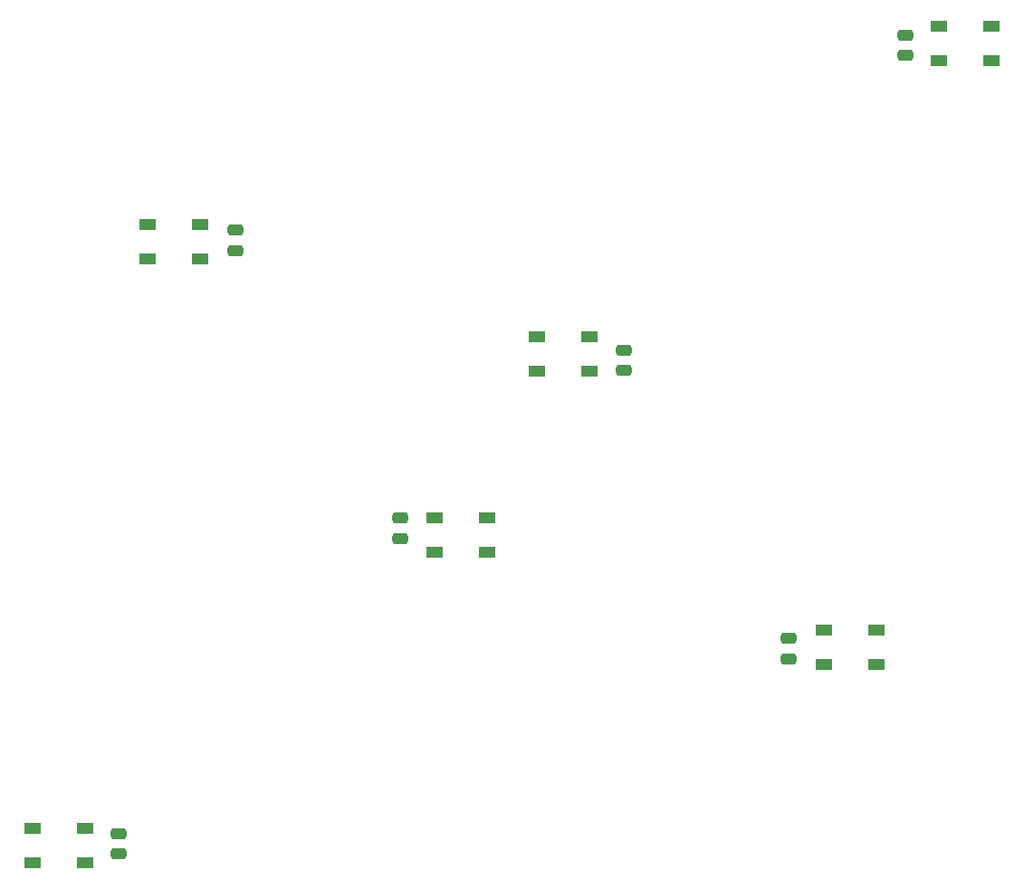
<source format=gbp>
%MOIN*%
%OFA0B0*%
%FSLAX46Y46*%
%IPPOS*%
%LPD*%
%AMRoundRect0*
4,1,4,
0.07874015748031496,0.11811023622047245,
0.15748031496062992,0.19685039370078741,
0.23622047244094491,0.27559055118110237,
0.31496062992125984,0.35433070866141736,
0.07874015748031496,0.11811023622047245,
0*
1,1,$1,$2,$3*
1,1,$1,$2,$3*
1,1,$1,$2,$3*
1,1,$1,$2,$3*
20,1,$1,$2,$3,$4,$5,0*
20,1,$1,$2,$3,$4,$5,0*
20,1,$1,$2,$3,$4,$5,0*
20,1,$1,$2,$3,$4,$5,0*%
%AMCOMP510*
4,1,3,
-0.018700787401574805,0.00984251968503937,
-0.018700787401574805,-0.00984251968503937,
0.018700787401574805,-0.00984251968503937,
0.018700787401574805,0.00984251968503937,
0*
4,1,19,
-0.018700787401574805,0.01968503937007874,
-0.015659281551427682,0.019203312168259386,
-0.012915499485310303,0.017805285377706176,
-0.010738021708907997,0.015627807601303872,
-0.0093399949183547871,0.012884025535186491,
-0.0088582677165354329,0.00984251968503937,
-0.0093399949183547871,0.0068010138348922507,
-0.010738021708907997,0.0040572317687748724,
-0.012915499485310301,0.0018797539923725657,
-0.015659281551427682,0.00048172720181935506,
-0.0187007874015748,0,
-0.021742293251721927,0.00048172720181935506,
-0.0244860753178393,0.0018797539923725635,
-0.026663553094241611,0.00405723176877487,
-0.02806157988479482,0.0068010138348922489,
-0.028543307086614175,0.0098425196850393682,
-0.02806157988479482,0.012884025535186489,
-0.026663553094241611,0.015627807601303868,
-0.024486075317839306,0.017805285377706176,
-0.021742293251721924,0.019203312168259386,
0*
4,1,19,
-0.018700787401574805,0,
-0.015659281551427682,-0.00048172720181935506,
-0.012915499485310303,-0.0018797539923725646,
-0.010738021708907997,-0.0040572317687748707,
-0.0093399949183547871,-0.00680101383489225,
-0.0088582677165354329,-0.00984251968503937,
-0.0093399949183547871,-0.012884025535186491,
-0.010738021708907997,-0.015627807601303868,
-0.012915499485310301,-0.017805285377706176,
-0.015659281551427682,-0.019203312168259386,
-0.0187007874015748,-0.01968503937007874,
-0.021742293251721927,-0.019203312168259386,
-0.0244860753178393,-0.017805285377706176,
-0.026663553094241611,-0.015627807601303872,
-0.02806157988479482,-0.012884025535186491,
-0.028543307086614175,-0.0098425196850393734,
-0.02806157988479482,-0.0068010138348922524,
-0.026663553094241611,-0.0040572317687748733,
-0.024486075317839306,-0.0018797539923725657,
-0.021742293251721924,-0.00048172720181935506,
0*
4,1,19,
0.018700787401574805,0,
0.021742293251721924,-0.00048172720181935506,
0.0244860753178393,-0.0018797539923725646,
0.026663553094241611,-0.0040572317687748707,
0.02806157988479482,-0.00680101383489225,
0.028543307086614175,-0.00984251968503937,
0.02806157988479482,-0.012884025535186491,
0.026663553094241611,-0.015627807601303868,
0.024486075317839306,-0.017805285377706176,
0.021742293251721924,-0.019203312168259386,
0.018700787401574805,-0.01968503937007874,
0.015659281551427682,-0.019203312168259386,
0.012915499485310306,-0.017805285377706176,
0.010738021708907997,-0.015627807601303872,
0.0093399949183547871,-0.012884025535186491,
0.0088582677165354329,-0.0098425196850393734,
0.0093399949183547871,-0.0068010138348922524,
0.010738021708907997,-0.0040572317687748733,
0.012915499485310301,-0.0018797539923725657,
0.015659281551427682,-0.00048172720181935506,
0*
4,1,19,
0.018700787401574805,0.01968503937007874,
0.021742293251721924,0.019203312168259386,
0.0244860753178393,0.017805285377706176,
0.026663553094241611,0.015627807601303872,
0.02806157988479482,0.012884025535186491,
0.028543307086614175,0.00984251968503937,
0.02806157988479482,0.0068010138348922507,
0.026663553094241611,0.0040572317687748724,
0.024486075317839306,0.0018797539923725657,
0.021742293251721924,0.00048172720181935506,
0.018700787401574805,0,
0.015659281551427682,0.00048172720181935506,
0.012915499485310306,0.0018797539923725635,
0.010738021708907997,0.00405723176877487,
0.0093399949183547871,0.0068010138348922489,
0.0088582677165354329,0.0098425196850393682,
0.0093399949183547871,0.012884025535186489,
0.010738021708907997,0.015627807601303868,
0.012915499485310301,0.017805285377706176,
0.015659281551427682,0.019203312168259386,
0*
4,1,3,
-0.028543307086614175,0.00984251968503937,
-0.0088582677165354329,0.00984251968503937,
-0.0088582677165354329,-0.00984251968503937,
-0.028543307086614175,-0.00984251968503937,
0*
4,1,3,
-0.018700787401574805,-0.01968503937007874,
-0.018700787401574805,0,
0.018700787401574805,0,
0.018700787401574805,-0.01968503937007874,
0*
4,1,3,
0.028543307086614175,-0.00984251968503937,
0.0088582677165354329,-0.00984251968503937,
0.0088582677165354329,0.00984251968503937,
0.028543307086614175,0.00984251968503937,
0*
4,1,3,
0.018700787401574805,0.01968503937007874,
0.018700787401574805,0,
-0.018700787401574805,0,
-0.018700787401574805,0.01968503937007874,
0*%
%AMRoundRect1*
4,1,4,
-0.078740157480314987,-0.11811023622047243,
-0.15748031496062997,-0.19685039370078738,
-0.23622047244094493,-0.27559055118110232,
-0.31496062992125995,-0.35433070866141725,
-0.078740157480314987,-0.11811023622047243,
0*
1,1,$1,$2,$3*
1,1,$1,$2,$3*
1,1,$1,$2,$3*
1,1,$1,$2,$3*
20,1,$1,$2,$3,$4,$5,180*
20,1,$1,$2,$3,$4,$5,180*
20,1,$1,$2,$3,$4,$5,180*
20,1,$1,$2,$3,$4,$5,180*%
%AMCOMP570*
4,1,3,
0.0187007874015748,-0.0098425196850393734,
0.018700787401574805,0.0098425196850393682,
-0.0187007874015748,0.0098425196850393734,
-0.018700787401574805,-0.0098425196850393682,
0*
4,1,19,
0.0187007874015748,-0.019685039370078747,
0.015659281551427682,-0.019203312168259389,
0.012915499485310301,-0.017805285377706179,
0.010738021708907995,-0.015627807601303872,
0.0093399949183547871,-0.012884025535186494,
0.0088582677165354312,-0.00984251968503937,
0.0093399949183547853,-0.0068010138348922524,
0.010738021708907997,-0.0040572317687748733,
0.012915499485310301,-0.0018797539923725672,
0.015659281551427682,-0.00048172720181935695,
0.0187007874015748,-0.0000000000000000022901103073449965,
0.021742293251721927,-0.00048172720181935771,
0.0244860753178393,-0.0018797539923725666,
0.026663553094241611,-0.0040572317687748733,
0.02806157988479482,-0.0068010138348922524,
0.028543307086614175,-0.0098425196850393734,
0.02806157988479482,-0.012884025535186494,
0.026663553094241611,-0.015627807601303872,
0.024486075317839306,-0.017805285377706179,
0.02174229325172192,-0.019203312168259389,
0*
4,1,19,
0.018700787401574805,-0.0000000000000000022901103073449965,
0.015659281551427682,0.0004817272018193531,
0.012915499485310303,0.0018797539923725629,
0.010738021708907997,0.00405723176877487,
0.0093399949183547888,0.0068010138348922489,
0.0088582677165354329,0.0098425196850393682,
0.0093399949183547871,0.012884025535186489,
0.010738021708907999,0.015627807601303865,
0.012915499485310303,0.017805285377706176,
0.015659281551427685,0.019203312168259386,
0.018700787401574805,0.01968503937007874,
0.021742293251721934,0.019203312168259386,
0.0244860753178393,0.017805285377706176,
0.026663553094241611,0.015627807601303872,
0.02806157988479482,0.012884025535186487,
0.028543307086614175,0.00984251968503937,
0.02806157988479482,0.0068010138348922489,
0.026663553094241611,0.00405723176877487,
0.024486075317839306,0.0018797539923725627,
0.021742293251721924,0.00048172720181935234,
0*
4,1,19,
-0.018700787401574805,0.0000000000000000022901103073449965,
-0.021742293251721924,0.00048172720181935771,
-0.0244860753178393,0.0018797539923725677,
-0.026663553094241611,0.0040572317687748742,
-0.02806157988479482,0.0068010138348922533,
-0.028543307086614175,0.0098425196850393734,
-0.02806157988479482,0.012884025535186496,
-0.026663553094241611,0.015627807601303872,
-0.024486075317839306,0.017805285377706179,
-0.02174229325172192,0.019203312168259389,
-0.018700787401574805,0.019685039370078747,
-0.015659281551427678,0.019203312168259389,
-0.012915499485310303,0.017805285377706179,
-0.010738021708907995,0.015627807601303875,
-0.0093399949183547871,0.012884025535186494,
-0.0088582677165354312,0.0098425196850393734,
-0.0093399949183547853,0.0068010138348922533,
-0.010738021708907997,0.0040572317687748742,
-0.012915499485310301,0.0018797539923725672,
-0.015659281551427682,0.00048172720181935695,
0*
4,1,19,
-0.018700787401574805,-0.01968503937007874,
-0.021742293251721927,-0.019203312168259386,
-0.0244860753178393,-0.017805285377706176,
-0.026663553094241611,-0.015627807601303868,
-0.02806157988479482,-0.012884025535186487,
-0.028543307086614175,-0.0098425196850393682,
-0.02806157988479482,-0.0068010138348922481,
-0.026663553094241611,-0.004057231768774869,
-0.024486075317839306,-0.0018797539923725627,
-0.021742293251721924,-0.00048172720181935234,
-0.018700787401574805,0.0000000000000000022901103073449973,
-0.015659281551427682,-0.0004817272018193531,
-0.012915499485310306,-0.0018797539923725618,
-0.010738021708907997,-0.004057231768774869,
-0.0093399949183547888,-0.0068010138348922481,
-0.0088582677165354329,-0.0098425196850393682,
-0.0093399949183547871,-0.012884025535186487,
-0.010738021708907999,-0.015627807601303865,
-0.012915499485310303,-0.017805285377706176,
-0.015659281551427682,-0.019203312168259386,
0*
4,1,3,
0.028543307086614175,-0.0098425196850393751,
0.0088582677165354312,-0.00984251968503937,
0.0088582677165354329,0.00984251968503937,
0.028543307086614175,0.0098425196850393665,
0*
4,1,3,
0.018700787401574805,0.01968503937007874,
0.018700787401574805,-0.0000000000000000022901103073449965,
-0.018700787401574805,0.0000000000000000022901103073449965,
-0.0187007874015748,0.019685039370078747,
0*
4,1,3,
-0.028543307086614175,0.0098425196850393751,
-0.0088582677165354312,0.00984251968503937,
-0.0088582677165354329,-0.00984251968503937,
-0.028543307086614175,-0.0098425196850393665,
0*
4,1,3,
-0.018700787401574805,-0.01968503937007874,
-0.018700787401574805,0.0000000000000000022901103073449965,
0.018700787401574805,-0.0000000000000000022901103073449965,
0.0187007874015748,-0.019685039370078747,
0*%
%ADD10R,0.059055118110236227X0.03937007874015748*%
%AMCOMP61*
4,1,3,
-0.018700787401574805,0.00984251968503937,
-0.018700787401574805,-0.00984251968503937,
0.018700787401574805,-0.00984251968503937,
0.018700787401574805,0.00984251968503937,
0*
4,1,19,
-0.018700787401574805,0.01968503937007874,
-0.015659281551427682,0.019203312168259386,
-0.012915499485310303,0.017805285377706176,
-0.010738021708907997,0.015627807601303872,
-0.0093399949183547871,0.012884025535186491,
-0.0088582677165354329,0.00984251968503937,
-0.0093399949183547871,0.0068010138348922507,
-0.010738021708907997,0.0040572317687748724,
-0.012915499485310301,0.0018797539923725657,
-0.015659281551427682,0.00048172720181935506,
-0.0187007874015748,0,
-0.021742293251721927,0.00048172720181935506,
-0.0244860753178393,0.0018797539923725635,
-0.026663553094241611,0.00405723176877487,
-0.02806157988479482,0.0068010138348922489,
-0.028543307086614175,0.0098425196850393682,
-0.02806157988479482,0.012884025535186489,
-0.026663553094241611,0.015627807601303868,
-0.024486075317839306,0.017805285377706176,
-0.021742293251721924,0.019203312168259386,
0*
4,1,19,
-0.018700787401574805,0,
-0.015659281551427682,-0.00048172720181935506,
-0.012915499485310303,-0.0018797539923725646,
-0.010738021708907997,-0.0040572317687748707,
-0.0093399949183547871,-0.00680101383489225,
-0.0088582677165354329,-0.00984251968503937,
-0.0093399949183547871,-0.012884025535186491,
-0.010738021708907997,-0.015627807601303868,
-0.012915499485310301,-0.017805285377706176,
-0.015659281551427682,-0.019203312168259386,
-0.0187007874015748,-0.01968503937007874,
-0.021742293251721927,-0.019203312168259386,
-0.0244860753178393,-0.017805285377706176,
-0.026663553094241611,-0.015627807601303872,
-0.02806157988479482,-0.012884025535186491,
-0.028543307086614175,-0.0098425196850393734,
-0.02806157988479482,-0.0068010138348922524,
-0.026663553094241611,-0.0040572317687748733,
-0.024486075317839306,-0.0018797539923725657,
-0.021742293251721924,-0.00048172720181935506,
0*
4,1,19,
0.018700787401574805,0,
0.021742293251721924,-0.00048172720181935506,
0.0244860753178393,-0.0018797539923725646,
0.026663553094241611,-0.0040572317687748707,
0.02806157988479482,-0.00680101383489225,
0.028543307086614175,-0.00984251968503937,
0.02806157988479482,-0.012884025535186491,
0.026663553094241611,-0.015627807601303868,
0.024486075317839306,-0.017805285377706176,
0.021742293251721924,-0.019203312168259386,
0.018700787401574805,-0.01968503937007874,
0.015659281551427682,-0.019203312168259386,
0.012915499485310306,-0.017805285377706176,
0.010738021708907997,-0.015627807601303872,
0.0093399949183547871,-0.012884025535186491,
0.0088582677165354329,-0.0098425196850393734,
0.0093399949183547871,-0.0068010138348922524,
0.010738021708907997,-0.0040572317687748733,
0.012915499485310301,-0.0018797539923725657,
0.015659281551427682,-0.00048172720181935506,
0*
4,1,19,
0.018700787401574805,0.01968503937007874,
0.021742293251721924,0.019203312168259386,
0.0244860753178393,0.017805285377706176,
0.026663553094241611,0.015627807601303872,
0.02806157988479482,0.012884025535186491,
0.028543307086614175,0.00984251968503937,
0.02806157988479482,0.0068010138348922507,
0.026663553094241611,0.0040572317687748724,
0.024486075317839306,0.0018797539923725657,
0.021742293251721924,0.00048172720181935506,
0.018700787401574805,0,
0.015659281551427682,0.00048172720181935506,
0.012915499485310306,0.0018797539923725635,
0.010738021708907997,0.00405723176877487,
0.0093399949183547871,0.0068010138348922489,
0.0088582677165354329,0.0098425196850393682,
0.0093399949183547871,0.012884025535186489,
0.010738021708907997,0.015627807601303868,
0.012915499485310301,0.017805285377706176,
0.015659281551427682,0.019203312168259386,
0*
4,1,3,
-0.028543307086614175,0.00984251968503937,
-0.0088582677165354329,0.00984251968503937,
-0.0088582677165354329,-0.00984251968503937,
-0.028543307086614175,-0.00984251968503937,
0*
4,1,3,
-0.018700787401574805,-0.01968503937007874,
-0.018700787401574805,0,
0.018700787401574805,0,
0.018700787401574805,-0.01968503937007874,
0*
4,1,3,
0.028543307086614175,-0.00984251968503937,
0.0088582677165354329,-0.00984251968503937,
0.0088582677165354329,0.00984251968503937,
0.028543307086614175,0.00984251968503937,
0*
4,1,3,
0.018700787401574805,0.01968503937007874,
0.018700787401574805,0,
-0.018700787401574805,0,
-0.018700787401574805,0.01968503937007874,
0*%
%ADD11COMP61,0.25X-0.475X0.25X-0.475X-0.25X0.475X-0.25X0.475X0.25X0*%
%ADD12R,0.059055118110236227X0.03937007874015748*%
%AMCOMP66*
4,1,3,
0.0187007874015748,-0.0098425196850393734,
0.018700787401574805,0.0098425196850393682,
-0.0187007874015748,0.0098425196850393734,
-0.018700787401574805,-0.0098425196850393682,
0*
4,1,19,
0.0187007874015748,-0.019685039370078747,
0.015659281551427682,-0.019203312168259389,
0.012915499485310301,-0.017805285377706179,
0.010738021708907995,-0.015627807601303872,
0.0093399949183547871,-0.012884025535186494,
0.0088582677165354312,-0.00984251968503937,
0.0093399949183547853,-0.0068010138348922524,
0.010738021708907997,-0.0040572317687748733,
0.012915499485310301,-0.0018797539923725672,
0.015659281551427682,-0.00048172720181935695,
0.0187007874015748,-0.0000000000000000022901103073449965,
0.021742293251721927,-0.00048172720181935771,
0.0244860753178393,-0.0018797539923725666,
0.026663553094241611,-0.0040572317687748733,
0.02806157988479482,-0.0068010138348922524,
0.028543307086614175,-0.0098425196850393734,
0.02806157988479482,-0.012884025535186494,
0.026663553094241611,-0.015627807601303872,
0.024486075317839306,-0.017805285377706179,
0.02174229325172192,-0.019203312168259389,
0*
4,1,19,
0.018700787401574805,-0.0000000000000000022901103073449965,
0.015659281551427682,0.0004817272018193531,
0.012915499485310303,0.0018797539923725629,
0.010738021708907997,0.00405723176877487,
0.0093399949183547888,0.0068010138348922489,
0.0088582677165354329,0.0098425196850393682,
0.0093399949183547871,0.012884025535186489,
0.010738021708907999,0.015627807601303865,
0.012915499485310303,0.017805285377706176,
0.015659281551427685,0.019203312168259386,
0.018700787401574805,0.01968503937007874,
0.021742293251721934,0.019203312168259386,
0.0244860753178393,0.017805285377706176,
0.026663553094241611,0.015627807601303872,
0.02806157988479482,0.012884025535186487,
0.028543307086614175,0.00984251968503937,
0.02806157988479482,0.0068010138348922489,
0.026663553094241611,0.00405723176877487,
0.024486075317839306,0.0018797539923725627,
0.021742293251721924,0.00048172720181935234,
0*
4,1,19,
-0.018700787401574805,0.0000000000000000022901103073449965,
-0.021742293251721924,0.00048172720181935771,
-0.0244860753178393,0.0018797539923725677,
-0.026663553094241611,0.0040572317687748742,
-0.02806157988479482,0.0068010138348922533,
-0.028543307086614175,0.0098425196850393734,
-0.02806157988479482,0.012884025535186496,
-0.026663553094241611,0.015627807601303872,
-0.024486075317839306,0.017805285377706179,
-0.02174229325172192,0.019203312168259389,
-0.018700787401574805,0.019685039370078747,
-0.015659281551427678,0.019203312168259389,
-0.012915499485310303,0.017805285377706179,
-0.010738021708907995,0.015627807601303875,
-0.0093399949183547871,0.012884025535186494,
-0.0088582677165354312,0.0098425196850393734,
-0.0093399949183547853,0.0068010138348922533,
-0.010738021708907997,0.0040572317687748742,
-0.012915499485310301,0.0018797539923725672,
-0.015659281551427682,0.00048172720181935695,
0*
4,1,19,
-0.018700787401574805,-0.01968503937007874,
-0.021742293251721927,-0.019203312168259386,
-0.0244860753178393,-0.017805285377706176,
-0.026663553094241611,-0.015627807601303868,
-0.02806157988479482,-0.012884025535186487,
-0.028543307086614175,-0.0098425196850393682,
-0.02806157988479482,-0.0068010138348922481,
-0.026663553094241611,-0.004057231768774869,
-0.024486075317839306,-0.0018797539923725627,
-0.021742293251721924,-0.00048172720181935234,
-0.018700787401574805,0.0000000000000000022901103073449973,
-0.015659281551427682,-0.0004817272018193531,
-0.012915499485310306,-0.0018797539923725618,
-0.010738021708907997,-0.004057231768774869,
-0.0093399949183547888,-0.0068010138348922481,
-0.0088582677165354329,-0.0098425196850393682,
-0.0093399949183547871,-0.012884025535186487,
-0.010738021708907999,-0.015627807601303865,
-0.012915499485310303,-0.017805285377706176,
-0.015659281551427682,-0.019203312168259386,
0*
4,1,3,
0.028543307086614175,-0.0098425196850393751,
0.0088582677165354312,-0.00984251968503937,
0.0088582677165354329,0.00984251968503937,
0.028543307086614175,0.0098425196850393665,
0*
4,1,3,
0.018700787401574805,0.01968503937007874,
0.018700787401574805,-0.0000000000000000022901103073449965,
-0.018700787401574805,0.0000000000000000022901103073449965,
-0.0187007874015748,0.019685039370078747,
0*
4,1,3,
-0.028543307086614175,0.0098425196850393751,
-0.0088582677165354312,0.00984251968503937,
-0.0088582677165354329,-0.00984251968503937,
-0.028543307086614175,-0.0098425196850393665,
0*
4,1,3,
-0.018700787401574805,-0.01968503937007874,
-0.018700787401574805,0.0000000000000000022901103073449965,
0.018700787401574805,-0.0000000000000000022901103073449965,
0.0187007874015748,-0.019685039370078747,
0*%
%ADD13COMP66,0.25X-0.475X0.25X-0.475X-0.25X0.475X-0.25X0.475X0.25X0*%
G01*
G04 next file*
G04 Gerber Fmt 4.6, Leading zero omitted, Abs format (unit mm)*
G04 Created by KiCad (PCBNEW (6.0.7)) date 2022-11-21 20:09:17*
G01*
G04 APERTURE LIST*
G04 Aperture macros list*
G04 Aperture macros list end*
G04 APERTURE END LIST*
D10*
X-0001181102Y0005118110D02*
X0005005905Y0001994094D03*
X0005005905Y0001868110D03*
X0004812992Y0001868110D03*
X0004812992Y0001994094D03*
D11*
X0003649606Y0000830708D03*
X0003649606Y0000755905D03*
D10*
X0003948818Y0003072834D03*
X0003948818Y0002946850D03*
X0003755905Y0002946850D03*
X0003755905Y0003072834D03*
X0003525590Y0000850393D03*
X0003525590Y0000724409D03*
X0003332677Y0000724409D03*
X0003332677Y0000850393D03*
D11*
X0004078740Y0003053149D03*
X0004078740Y0002978346D03*
X0004687007Y0001992125D03*
X0004687007Y0001917322D03*
G04 next file*
G04 Gerber Fmt 4.6, Leading zero omitted, Abs format (unit mm)*
G04 Created by KiCad (PCBNEW (6.0.7)) date 2022-11-21 20:11:54*
G01*
G04 APERTURE LIST*
G04 Aperture macros list*
G04 Aperture macros list end*
G04 APERTURE END LIST*
D12*
X0011377952Y-0000590551D02*
X0005190944Y0002533464D03*
X0005190944Y0002659448D03*
X0005383858Y0002659448D03*
X0005383858Y0002533464D03*
D13*
X0006547244Y0003696850D03*
X0006547244Y0003771653D03*
D12*
X0006248031Y0001454724D03*
X0006248031Y0001580708D03*
X0006440944Y0001580708D03*
X0006440944Y0001454724D03*
X0006671259Y0003677165D03*
X0006671259Y0003803149D03*
X0006864173Y0003803149D03*
X0006864173Y0003677165D03*
D13*
X0006118110Y0001474409D03*
X0006118110Y0001549212D03*
X0005509842Y0002535433D03*
X0005509842Y0002610236D03*
M02*
</source>
